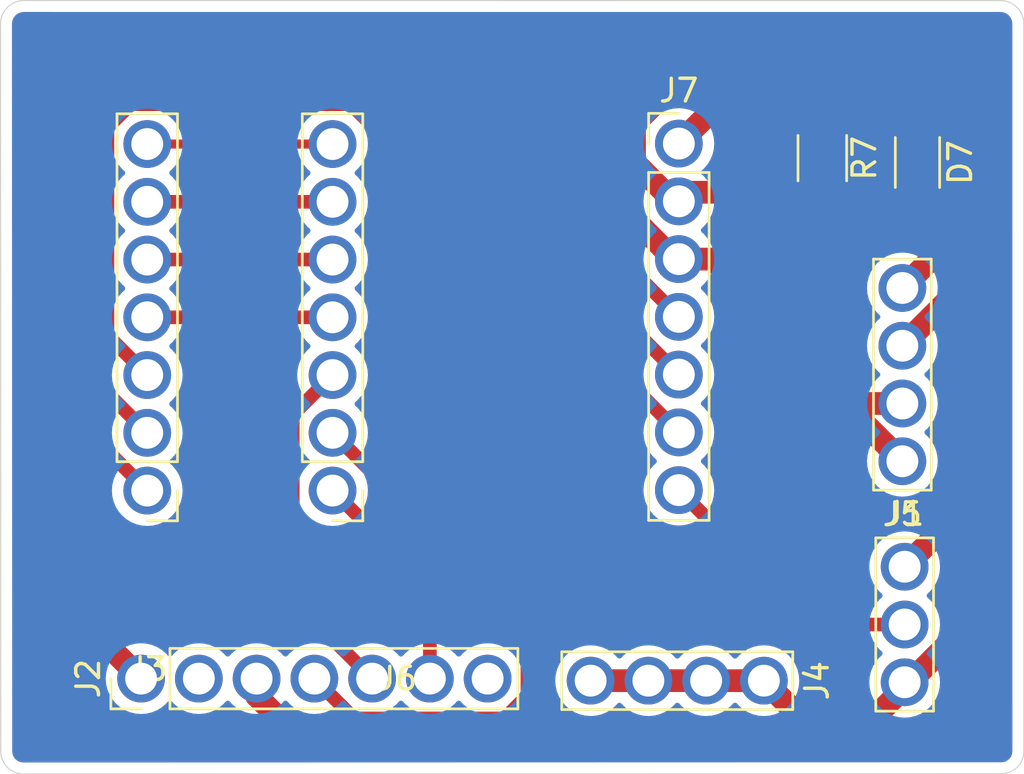
<source format=kicad_pcb>
(kicad_pcb (version 20240108) (generator "pcbnew") (generator_version "8.0")
  (layers (0 "F.Cu" signal) (31 "B.Cu" signal) (34 "B.Paste" user) (35 "F.Paste" user) (36 "B.SilkS" user "B.Silkscreen") (37 "F.SilkS" user "F.Silkscreen") (38 "B.Mask" user) (39 "F.Mask" user) (44 "Edge.Cuts" user))
  (net 0 "")
  (net 1 "D0")
  (net 2 "D1")
  (net 3 "D2")
  (net 4 "D6")
  (net 5 "D7")
  (net 6 "D8")
  (net 7 "PWR_5V")
  (net 8 "Net-(D7-K)")
  (net 9 "D5")
  (net 10 "PWR_GND")
  (net 11 "D4")
  (net 12 "D3")
  (net 13 "PWR_3V3")
  (net 15 "D10")
  (net 16 "D9")
  (footprint "fab:PinHeader_01x07_P2.54mm_Vertical_THT_D1.4mm" (layer "F.Cu") (at 92.59 67.53 180)
    (property "Reference" "J6" (at -2.85 -8.27 360) (layer "F.SilkS"))
    (property "Value" "PinHeader_01x07_P2.54mm_Vertical_THT_D1.4mm" (hide yes))
    (fp_line (start 1.33 1.27) (end 1.33 16.57) (stroke (width 0.12)) (layer "F.SilkS"))
    (fp_line (start -1.33 16.57) (end 1.33 16.57) (stroke (width 0.12)) (layer "F.SilkS"))
    (fp_line (start -1.33 1.27) (end 1.33 1.27) (stroke (width 0.12)) (layer "F.SilkS"))
    (fp_line (start -1.33 1.27) (end -1.33 16.57) (stroke (width 0.12)) (layer "F.SilkS"))
    (fp_line (start -1.33 0) (end -1.33 -1.33) (stroke (width 0.12)) (layer "F.SilkS"))
    (fp_line (start -1.33 -1.33) (end 0 -1.33) (stroke (width 0.12)) (layer "F.SilkS"))
    (pad "1" thru_hole circle (at 0 0 180) (size 2.1 2.1) (drill 1.4) (layers "*.Cu" "*.Mask" "In1.Cu" "In2.Cu" "In3.Cu" "In4.Cu" "In5.Cu" "In6.Cu" "In7.Cu" "In8.Cu" "In9.Cu" "In10.Cu" "In11.Cu" "In12.Cu" "In13.Cu" "In14.Cu" "In15.Cu" "In16.Cu" "In17.Cu" "In18.Cu" "In19.Cu" "In20.Cu" "In21.Cu" "In22.Cu" "In23.Cu" "In24.Cu" "In25.Cu" "In26.Cu" "In27.Cu" "In28.Cu" "In29.Cu" "In30.Cu") (net 4 "D6"))
    (pad "2" thru_hole circle (at 0 2.54 180) (size 2.1 2.1) (drill 1.4) (layers "*.Cu" "*.Mask" "In1.Cu" "In2.Cu" "In3.Cu" "In4.Cu" "In5.Cu" "In6.Cu" "In7.Cu" "In8.Cu" "In9.Cu" "In10.Cu" "In11.Cu" "In12.Cu" "In13.Cu" "In14.Cu" "In15.Cu" "In16.Cu" "In17.Cu" "In18.Cu" "In19.Cu" "In20.Cu" "In21.Cu" "In22.Cu" "In23.Cu" "In24.Cu" "In25.Cu" "In26.Cu" "In27.Cu" "In28.Cu" "In29.Cu" "In30.Cu") (net 9 "D5"))
    (pad "3" thru_hole circle (at 0 5.08 180) (size 2.1 2.1) (drill 1.4) (layers "*.Cu" "*.Mask" "In1.Cu" "In2.Cu" "In3.Cu" "In4.Cu" "In5.Cu" "In6.Cu" "In7.Cu" "In8.Cu" "In9.Cu" "In10.Cu" "In11.Cu" "In12.Cu" "In13.Cu" "In14.Cu" "In15.Cu" "In16.Cu" "In17.Cu" "In18.Cu" "In19.Cu" "In20.Cu" "In21.Cu" "In22.Cu" "In23.Cu" "In24.Cu" "In25.Cu" "In26.Cu" "In27.Cu" "In28.Cu" "In29.Cu" "In30.Cu") (net 11 "D4"))
    (pad "4" thru_hole circle (at 0 7.62 180) (size 2.1 2.1) (drill 1.4) (layers "*.Cu" "*.Mask" "In1.Cu" "In2.Cu" "In3.Cu" "In4.Cu" "In5.Cu" "In6.Cu" "In7.Cu" "In8.Cu" "In9.Cu" "In10.Cu" "In11.Cu" "In12.Cu" "In13.Cu" "In14.Cu" "In15.Cu" "In16.Cu" "In17.Cu" "In18.Cu" "In19.Cu" "In20.Cu" "In21.Cu" "In22.Cu" "In23.Cu" "In24.Cu" "In25.Cu" "In26.Cu" "In27.Cu" "In28.Cu" "In29.Cu" "In30.Cu") (net 12 "D3"))
    (pad "5" thru_hole circle (at 0 10.16 180) (size 2.1 2.1) (drill 1.4) (layers "*.Cu" "*.Mask" "In1.Cu" "In2.Cu" "In3.Cu" "In4.Cu" "In5.Cu" "In6.Cu" "In7.Cu" "In8.Cu" "In9.Cu" "In10.Cu" "In11.Cu" "In12.Cu" "In13.Cu" "In14.Cu" "In15.Cu" "In16.Cu" "In17.Cu" "In18.Cu" "In19.Cu" "In20.Cu" "In21.Cu" "In22.Cu" "In23.Cu" "In24.Cu" "In25.Cu" "In26.Cu" "In27.Cu" "In28.Cu" "In29.Cu" "In30.Cu") (net 3 "D2"))
    (pad "6" thru_hole circle (at 0 12.7 180) (size 2.1 2.1) (drill 1.4) (layers "*.Cu" "*.Mask" "In1.Cu" "In2.Cu" "In3.Cu" "In4.Cu" "In5.Cu" "In6.Cu" "In7.Cu" "In8.Cu" "In9.Cu" "In10.Cu" "In11.Cu" "In12.Cu" "In13.Cu" "In14.Cu" "In15.Cu" "In16.Cu" "In17.Cu" "In18.Cu" "In19.Cu" "In20.Cu" "In21.Cu" "In22.Cu" "In23.Cu" "In24.Cu" "In25.Cu" "In26.Cu" "In27.Cu" "In28.Cu" "In29.Cu" "In30.Cu") (net 2 "D1"))
    (pad "7" thru_hole circle (at 0 15.24 180) (size 2.1 2.1) (drill 1.4) (layers "*.Cu" "*.Mask" "In1.Cu" "In2.Cu" "In3.Cu" "In4.Cu" "In5.Cu" "In6.Cu" "In7.Cu" "In8.Cu" "In9.Cu" "In10.Cu" "In11.Cu" "In12.Cu" "In13.Cu" "In14.Cu" "In15.Cu" "In16.Cu" "In17.Cu" "In18.Cu" "In19.Cu" "In20.Cu" "In21.Cu" "In22.Cu" "In23.Cu" "In24.Cu" "In25.Cu" "In26.Cu" "In27.Cu" "In28.Cu" "In29.Cu" "In30.Cu") (net 1 "D0"))
  )
  (footprint "fab:PinHeader_01x04_P2.54mm_Vertical_THT_D1.4mm" (layer "F.Cu") (at 111.56 75.89 -90)
    (property "Reference" "J4" (at 0 -2.33 90) (layer "F.SilkS"))
    (property "Value" "PinHeader_01x04_P2.54mm_Vertical_THT_D1.4mm" (hide yes))
    (fp_line (start -1.27 8.89) (end 1.27 8.89) (stroke (width 0.12)) (layer "F.SilkS"))
    (fp_line (start -1.27 -1.27) (end -1.27 8.89) (stroke (width 0.12)) (layer "F.SilkS"))
    (fp_line (start -1.27 -1.27) (end 1.27 -1.27) (stroke (width 0.12)) (layer "F.SilkS"))
    (fp_line (start 1.27 -1.27) (end 1.27 8.89) (stroke (width 0.12)) (layer "F.SilkS"))
    (pad "1" thru_hole circle (at 0 0 270) (size 2.1 2.1) (drill 1.4) (layers "*.Cu" "*.Mask" "In1.Cu" "In2.Cu" "In3.Cu" "In4.Cu" "In5.Cu" "In6.Cu" "In7.Cu" "In8.Cu" "In9.Cu" "In10.Cu" "In11.Cu" "In12.Cu" "In13.Cu" "In14.Cu" "In15.Cu" "In16.Cu" "In17.Cu" "In18.Cu" "In19.Cu" "In20.Cu" "In21.Cu" "In22.Cu" "In23.Cu" "In24.Cu" "In25.Cu" "In26.Cu" "In27.Cu" "In28.Cu" "In29.Cu" "In30.Cu") (net 10 "PWR_GND"))
    (pad "2" thru_hole circle (at 0 2.54 270) (size 2.1 2.1) (drill 1.4) (layers "*.Cu" "*.Mask" "In1.Cu" "In2.Cu" "In3.Cu" "In4.Cu" "In5.Cu" "In6.Cu" "In7.Cu" "In8.Cu" "In9.Cu" "In10.Cu" "In11.Cu" "In12.Cu" "In13.Cu" "In14.Cu" "In15.Cu" "In16.Cu" "In17.Cu" "In18.Cu" "In19.Cu" "In20.Cu" "In21.Cu" "In22.Cu" "In23.Cu" "In24.Cu" "In25.Cu" "In26.Cu" "In27.Cu" "In28.Cu" "In29.Cu" "In30.Cu") (net 10 "PWR_GND"))
    (pad "3" thru_hole circle (at 0 5.08 270) (size 2.1 2.1) (drill 1.4) (layers "*.Cu" "*.Mask" "In1.Cu" "In2.Cu" "In3.Cu" "In4.Cu" "In5.Cu" "In6.Cu" "In7.Cu" "In8.Cu" "In9.Cu" "In10.Cu" "In11.Cu" "In12.Cu" "In13.Cu" "In14.Cu" "In15.Cu" "In16.Cu" "In17.Cu" "In18.Cu" "In19.Cu" "In20.Cu" "In21.Cu" "In22.Cu" "In23.Cu" "In24.Cu" "In25.Cu" "In26.Cu" "In27.Cu" "In28.Cu" "In29.Cu" "In30.Cu") (net 10 "PWR_GND"))
    (pad "4" thru_hole circle (at 0 7.62 270) (size 2.1 2.1) (drill 1.4) (layers "*.Cu" "*.Mask" "In1.Cu" "In2.Cu" "In3.Cu" "In4.Cu" "In5.Cu" "In6.Cu" "In7.Cu" "In8.Cu" "In9.Cu" "In10.Cu" "In11.Cu" "In12.Cu" "In13.Cu" "In14.Cu" "In15.Cu" "In16.Cu" "In17.Cu" "In18.Cu" "In19.Cu" "In20.Cu" "In21.Cu" "In22.Cu" "In23.Cu" "In24.Cu" "In25.Cu" "In26.Cu" "In27.Cu" "In28.Cu" "In29.Cu" "In30.Cu") (net 10 "PWR_GND"))
  )
  (footprint "fab:PinHeader_01x07_P2.54mm_Vertical_THT_D1.4mm" (layer "F.Cu") (at 107.82 52.27)
    (property "Reference" "J7" (at 0 -2.33 0) (layer "F.SilkS"))
    (property "Value" "PinHeader_01x07_P2.54mm_Vertical_THT_D1.4mm" (hide yes))
    (fp_line (start -1.33 -1.33) (end 0 -1.33) (stroke (width 0.12)) (layer "F.SilkS"))
    (fp_line (start -1.33 0) (end -1.33 -1.33) (stroke (width 0.12)) (layer "F.SilkS"))
    (fp_line (start -1.33 1.27) (end -1.33 16.57) (stroke (width 0.12)) (layer "F.SilkS"))
    (fp_line (start -1.33 1.27) (end 1.33 1.27) (stroke (width 0.12)) (layer "F.SilkS"))
    (fp_line (start -1.33 16.57) (end 1.33 16.57) (stroke (width 0.12)) (layer "F.SilkS"))
    (fp_line (start 1.33 1.27) (end 1.33 16.57) (stroke (width 0.12)) (layer "F.SilkS"))
    (pad "1" thru_hole circle (at 0 0) (size 2.1 2.1) (drill 1.4) (layers "*.Cu" "*.Mask" "In1.Cu" "In2.Cu" "In3.Cu" "In4.Cu" "In5.Cu" "In6.Cu" "In7.Cu" "In8.Cu" "In9.Cu" "In10.Cu" "In11.Cu" "In12.Cu" "In13.Cu" "In14.Cu" "In15.Cu" "In16.Cu" "In17.Cu" "In18.Cu" "In19.Cu" "In20.Cu" "In21.Cu" "In22.Cu" "In23.Cu" "In24.Cu" "In25.Cu" "In26.Cu" "In27.Cu" "In28.Cu" "In29.Cu" "In30.Cu") (net 7 "PWR_5V"))
    (pad "2" thru_hole circle (at 0 2.54) (size 2.1 2.1) (drill 1.4) (layers "*.Cu" "*.Mask" "In1.Cu" "In2.Cu" "In3.Cu" "In4.Cu" "In5.Cu" "In6.Cu" "In7.Cu" "In8.Cu" "In9.Cu" "In10.Cu" "In11.Cu" "In12.Cu" "In13.Cu" "In14.Cu" "In15.Cu" "In16.Cu" "In17.Cu" "In18.Cu" "In19.Cu" "In20.Cu" "In21.Cu" "In22.Cu" "In23.Cu" "In24.Cu" "In25.Cu" "In26.Cu" "In27.Cu" "In28.Cu" "In29.Cu" "In30.Cu") (net 10 "PWR_GND"))
    (pad "3" thru_hole circle (at 0 5.08) (size 2.1 2.1) (drill 1.4) (layers "*.Cu" "*.Mask" "In1.Cu" "In2.Cu" "In3.Cu" "In4.Cu" "In5.Cu" "In6.Cu" "In7.Cu" "In8.Cu" "In9.Cu" "In10.Cu" "In11.Cu" "In12.Cu" "In13.Cu" "In14.Cu" "In15.Cu" "In16.Cu" "In17.Cu" "In18.Cu" "In19.Cu" "In20.Cu" "In21.Cu" "In22.Cu" "In23.Cu" "In24.Cu" "In25.Cu" "In26.Cu" "In27.Cu" "In28.Cu" "In29.Cu" "In30.Cu") (net 13 "PWR_3V3"))
    (pad "4" thru_hole circle (at 0 7.62) (size 2.1 2.1) (drill 1.4) (layers "*.Cu" "*.Mask" "In1.Cu" "In2.Cu" "In3.Cu" "In4.Cu" "In5.Cu" "In6.Cu" "In7.Cu" "In8.Cu" "In9.Cu" "In10.Cu" "In11.Cu" "In12.Cu" "In13.Cu" "In14.Cu" "In15.Cu" "In16.Cu" "In17.Cu" "In18.Cu" "In19.Cu" "In20.Cu" "In21.Cu" "In22.Cu" "In23.Cu" "In24.Cu" "In25.Cu" "In26.Cu" "In27.Cu" "In28.Cu" "In29.Cu" "In30.Cu") (net 15 "D10"))
    (pad "5" thru_hole circle (at 0 10.16) (size 2.1 2.1) (drill 1.4) (layers "*.Cu" "*.Mask" "In1.Cu" "In2.Cu" "In3.Cu" "In4.Cu" "In5.Cu" "In6.Cu" "In7.Cu" "In8.Cu" "In9.Cu" "In10.Cu" "In11.Cu" "In12.Cu" "In13.Cu" "In14.Cu" "In15.Cu" "In16.Cu" "In17.Cu" "In18.Cu" "In19.Cu" "In20.Cu" "In21.Cu" "In22.Cu" "In23.Cu" "In24.Cu" "In25.Cu" "In26.Cu" "In27.Cu" "In28.Cu" "In29.Cu" "In30.Cu") (net 16 "D9"))
    (pad "6" thru_hole circle (at 0 12.7) (size 2.1 2.1) (drill 1.4) (layers "*.Cu" "*.Mask" "In1.Cu" "In2.Cu" "In3.Cu" "In4.Cu" "In5.Cu" "In6.Cu" "In7.Cu" "In8.Cu" "In9.Cu" "In10.Cu" "In11.Cu" "In12.Cu" "In13.Cu" "In14.Cu" "In15.Cu" "In16.Cu" "In17.Cu" "In18.Cu" "In19.Cu" "In20.Cu" "In21.Cu" "In22.Cu" "In23.Cu" "In24.Cu" "In25.Cu" "In26.Cu" "In27.Cu" "In28.Cu" "In29.Cu" "In30.Cu") (net 6 "D8"))
    (pad "7" thru_hole circle (at 0 15.24) (size 2.1 2.1) (drill 1.4) (layers "*.Cu" "*.Mask" "In1.Cu" "In2.Cu" "In3.Cu" "In4.Cu" "In5.Cu" "In6.Cu" "In7.Cu" "In8.Cu" "In9.Cu" "In10.Cu" "In11.Cu" "In12.Cu" "In13.Cu" "In14.Cu" "In15.Cu" "In16.Cu" "In17.Cu" "In18.Cu" "In19.Cu" "In20.Cu" "In21.Cu" "In22.Cu" "In23.Cu" "In24.Cu" "In25.Cu" "In26.Cu" "In27.Cu" "In28.Cu" "In29.Cu" "In30.Cu") (net 5 "D7"))
  )
  (footprint "fab:PinHeader_01x04_P2.54mm_Vertical_THT_D1.4mm" (layer "F.Cu") (at 117.65 66.24 180)
    (property "Reference" "J5" (at 0 -2.33 360) (layer "F.SilkS"))
    (property "Value" "PinHeader_01x04_P2.54mm_Vertical_THT_D1.4mm" (hide yes))
    (fp_line (start 1.27 -1.27) (end 1.27 8.89) (stroke (width 0.12)) (layer "F.SilkS"))
    (fp_line (start -1.27 8.89) (end 1.27 8.89) (stroke (width 0.12)) (layer "F.SilkS"))
    (fp_line (start -1.27 -1.27) (end 1.27 -1.27) (stroke (width 0.12)) (layer "F.SilkS"))
    (fp_line (start -1.27 -1.27) (end -1.27 8.89) (stroke (width 0.12)) (layer "F.SilkS"))
    (pad "1" thru_hole circle (at 0 0 180) (size 2.1 2.1) (drill 1.4) (layers "*.Cu" "*.Mask" "In1.Cu" "In2.Cu" "In3.Cu" "In4.Cu" "In5.Cu" "In6.Cu" "In7.Cu" "In8.Cu" "In9.Cu" "In10.Cu" "In11.Cu" "In12.Cu" "In13.Cu" "In14.Cu" "In15.Cu" "In16.Cu" "In17.Cu" "In18.Cu" "In19.Cu" "In20.Cu" "In21.Cu" "In22.Cu" "In23.Cu" "In24.Cu" "In25.Cu" "In26.Cu" "In27.Cu" "In28.Cu" "In29.Cu" "In30.Cu") (net 13 "PWR_3V3"))
    (pad "2" thru_hole circle (at 0 2.54 180) (size 2.1 2.1) (drill 1.4) (layers "*.Cu" "*.Mask" "In1.Cu" "In2.Cu" "In3.Cu" "In4.Cu" "In5.Cu" "In6.Cu" "In7.Cu" "In8.Cu" "In9.Cu" "In10.Cu" "In11.Cu" "In12.Cu" "In13.Cu" "In14.Cu" "In15.Cu" "In16.Cu" "In17.Cu" "In18.Cu" "In19.Cu" "In20.Cu" "In21.Cu" "In22.Cu" "In23.Cu" "In24.Cu" "In25.Cu" "In26.Cu" "In27.Cu" "In28.Cu" "In29.Cu" "In30.Cu") (net 13 "PWR_3V3"))
    (pad "3" thru_hole circle (at 0 5.08 180) (size 2.1 2.1) (drill 1.4) (layers "*.Cu" "*.Mask" "In1.Cu" "In2.Cu" "In3.Cu" "In4.Cu" "In5.Cu" "In6.Cu" "In7.Cu" "In8.Cu" "In9.Cu" "In10.Cu" "In11.Cu" "In12.Cu" "In13.Cu" "In14.Cu" "In15.Cu" "In16.Cu" "In17.Cu" "In18.Cu" "In19.Cu" "In20.Cu" "In21.Cu" "In22.Cu" "In23.Cu" "In24.Cu" "In25.Cu" "In26.Cu" "In27.Cu" "In28.Cu" "In29.Cu" "In30.Cu") (net 7 "PWR_5V"))
    (pad "4" thru_hole circle (at 0 7.62 180) (size 2.1 2.1) (drill 1.4) (layers "*.Cu" "*.Mask" "In1.Cu" "In2.Cu" "In3.Cu" "In4.Cu" "In5.Cu" "In6.Cu" "In7.Cu" "In8.Cu" "In9.Cu" "In10.Cu" "In11.Cu" "In12.Cu" "In13.Cu" "In14.Cu" "In15.Cu" "In16.Cu" "In17.Cu" "In18.Cu" "In19.Cu" "In20.Cu" "In21.Cu" "In22.Cu" "In23.Cu" "In24.Cu" "In25.Cu" "In26.Cu" "In27.Cu" "In28.Cu" "In29.Cu" "In30.Cu") (net 7 "PWR_5V"))
  )
  (footprint "fab:PinHeader_01x03_P2.54mm_Vertical_THT_D1.4mm" (layer "F.Cu") (at 117.75 70.88)
    (property "Reference" "J1" (at 0 -2.33 360) (layer "F.SilkS"))
    (property "Value" "PinHeader_01x03_P2.54mm_Vertical_THT_D1.4mm" (hide yes))
    (fp_line (start -1.27 -1.27) (end -1.27 6.35) (stroke (width 0.12)) (layer "F.SilkS"))
    (fp_line (start -1.27 -1.27) (end 1.27 -1.27) (stroke (width 0.12)) (layer "F.SilkS"))
    (fp_line (start -1.27 6.35) (end 1.27 6.35) (stroke (width 0.12)) (layer "F.SilkS"))
    (fp_line (start 1.27 -1.27) (end 1.27 6.35) (stroke (width 0.12)) (layer "F.SilkS"))
    (pad "1" thru_hole circle (at 0 0) (size 2.1 2.1) (drill 1.4) (layers "*.Cu" "*.Mask" "In1.Cu" "In2.Cu" "In3.Cu" "In4.Cu" "In5.Cu" "In6.Cu" "In7.Cu" "In8.Cu" "In9.Cu" "In10.Cu" "In11.Cu" "In12.Cu" "In13.Cu" "In14.Cu" "In15.Cu" "In16.Cu" "In17.Cu" "In18.Cu" "In19.Cu" "In20.Cu" "In21.Cu" "In22.Cu" "In23.Cu" "In24.Cu" "In25.Cu" "In26.Cu" "In27.Cu" "In28.Cu" "In29.Cu" "In30.Cu") (net 7 "PWR_5V"))
    (pad "2" thru_hole circle (at 0 2.54) (size 2.1 2.1) (drill 1.4) (layers "*.Cu" "*.Mask" "In1.Cu" "In2.Cu" "In3.Cu" "In4.Cu" "In5.Cu" "In6.Cu" "In7.Cu" "In8.Cu" "In9.Cu" "In10.Cu" "In11.Cu" "In12.Cu" "In13.Cu" "In14.Cu" "In15.Cu" "In16.Cu" "In17.Cu" "In18.Cu" "In19.Cu" "In20.Cu" "In21.Cu" "In22.Cu" "In23.Cu" "In24.Cu" "In25.Cu" "In26.Cu" "In27.Cu" "In28.Cu" "In29.Cu" "In30.Cu") (net 5 "D7"))
    (pad "3" thru_hole circle (at 0 5.08) (size 2.1 2.1) (drill 1.4) (layers "*.Cu" "*.Mask" "In1.Cu" "In2.Cu" "In3.Cu" "In4.Cu" "In5.Cu" "In6.Cu" "In7.Cu" "In8.Cu" "In9.Cu" "In10.Cu" "In11.Cu" "In12.Cu" "In13.Cu" "In14.Cu" "In15.Cu" "In16.Cu" "In17.Cu" "In18.Cu" "In19.Cu" "In20.Cu" "In21.Cu" "In22.Cu" "In23.Cu" "In24.Cu" "In25.Cu" "In26.Cu" "In27.Cu" "In28.Cu" "In29.Cu" "In30.Cu") (net 10 "PWR_GND"))
  )
  (footprint "fab:PinHeader_01x07_P2.54mm_Vertical_THT_D1.4mm" (layer "F.Cu") (at 84.17 75.8 90)
    (property "Reference" "J2" (at 0 -2.33 90) (layer "F.SilkS"))
    (property "Value" "PinHeader_01x07_P2.54mm_Vertical_THT_D1.4mm" (hide yes))
    (fp_line (start -1.33 -1.33) (end 0 -1.33) (stroke (width 0.12)) (layer "F.SilkS"))
    (fp_line (start -1.33 0) (end -1.33 -1.33) (stroke (width 0.12)) (layer "F.SilkS"))
    (fp_line (start 1.33 1.27) (end 1.33 16.57) (stroke (width 0.12)) (layer "F.SilkS"))
    (fp_line (start -1.33 1.27) (end 1.33 1.27) (stroke (width 0.12)) (layer "F.SilkS"))
    (fp_line (start -1.33 1.27) (end -1.33 16.57) (stroke (width 0.12)) (layer "F.SilkS"))
    (fp_line (start -1.33 16.57) (end 1.33 16.57) (stroke (width 0.12)) (layer "F.SilkS"))
    (pad "1" thru_hole circle (at 0 0 90) (size 2.1 2.1) (drill 1.4) (layers "*.Cu" "*.Mask" "In1.Cu" "In2.Cu" "In3.Cu" "In4.Cu" "In5.Cu" "In6.Cu" "In7.Cu" "In8.Cu" "In9.Cu" "In10.Cu" "In11.Cu" "In12.Cu" "In13.Cu" "In14.Cu" "In15.Cu" "In16.Cu" "In17.Cu" "In18.Cu" "In19.Cu" "In20.Cu" "In21.Cu" "In22.Cu" "In23.Cu" "In24.Cu" "In25.Cu" "In26.Cu" "In27.Cu" "In28.Cu" "In29.Cu" "In30.Cu") (net 13 "PWR_3V3"))
    (pad "2" thru_hole circle (at 0 2.54 90) (size 2.1 2.1) (drill 1.4) (layers "*.Cu" "*.Mask" "In1.Cu" "In2.Cu" "In3.Cu" "In4.Cu" "In5.Cu" "In6.Cu" "In7.Cu" "In8.Cu" "In9.Cu" "In10.Cu" "In11.Cu" "In12.Cu" "In13.Cu" "In14.Cu" "In15.Cu" "In16.Cu" "In17.Cu" "In18.Cu" "In19.Cu" "In20.Cu" "In21.Cu" "In22.Cu" "In23.Cu" "In24.Cu" "In25.Cu" "In26.Cu" "In27.Cu" "In28.Cu" "In29.Cu" "In30.Cu"))
    (pad "3" thru_hole circle (at 0 5.08 90) (size 2.1 2.1) (drill 1.4) (layers "*.Cu" "*.Mask" "In1.Cu" "In2.Cu" "In3.Cu" "In4.Cu" "In5.Cu" "In6.Cu" "In7.Cu" "In8.Cu" "In9.Cu" "In10.Cu" "In11.Cu" "In12.Cu" "In13.Cu" "In14.Cu" "In15.Cu" "In16.Cu" "In17.Cu" "In18.Cu" "In19.Cu" "In20.Cu" "In21.Cu" "In22.Cu" "In23.Cu" "In24.Cu" "In25.Cu" "In26.Cu" "In27.Cu" "In28.Cu" "In29.Cu" "In30.Cu") (net 10 "PWR_GND"))
    (pad "4" thru_hole circle (at 0 7.62 90) (size 2.1 2.1) (drill 1.4) (layers "*.Cu" "*.Mask" "In1.Cu" "In2.Cu" "In3.Cu" "In4.Cu" "In5.Cu" "In6.Cu" "In7.Cu" "In8.Cu" "In9.Cu" "In10.Cu" "In11.Cu" "In12.Cu" "In13.Cu" "In14.Cu" "In15.Cu" "In16.Cu" "In17.Cu" "In18.Cu" "In19.Cu" "In20.Cu" "In21.Cu" "In22.Cu" "In23.Cu" "In24.Cu" "In25.Cu" "In26.Cu" "In27.Cu" "In28.Cu" "In29.Cu" "In30.Cu") (net 9 "D5"))
    (pad "5" thru_hole circle (at 0 10.16 90) (size 2.1 2.1) (drill 1.4) (layers "*.Cu" "*.Mask" "In1.Cu" "In2.Cu" "In3.Cu" "In4.Cu" "In5.Cu" "In6.Cu" "In7.Cu" "In8.Cu" "In9.Cu" "In10.Cu" "In11.Cu" "In12.Cu" "In13.Cu" "In14.Cu" "In15.Cu" "In16.Cu" "In17.Cu" "In18.Cu" "In19.Cu" "In20.Cu" "In21.Cu" "In22.Cu" "In23.Cu" "In24.Cu" "In25.Cu" "In26.Cu" "In27.Cu" "In28.Cu" "In29.Cu" "In30.Cu") (net 11 "D4"))
    (pad "6" thru_hole circle (at 0 12.7 90) (size 2.1 2.1) (drill 1.4) (layers "*.Cu" "*.Mask" "In1.Cu" "In2.Cu" "In3.Cu" "In4.Cu" "In5.Cu" "In6.Cu" "In7.Cu" "In8.Cu" "In9.Cu" "In10.Cu" "In11.Cu" "In12.Cu" "In13.Cu" "In14.Cu" "In15.Cu" "In16.Cu" "In17.Cu" "In18.Cu" "In19.Cu" "In20.Cu" "In21.Cu" "In22.Cu" "In23.Cu" "In24.Cu" "In25.Cu" "In26.Cu" "In27.Cu" "In28.Cu" "In29.Cu" "In30.Cu") (net 4 "D6"))
    (pad "7" thru_hole circle (at 0 15.24 90) (size 2.1 2.1) (drill 1.4) (layers "*.Cu" "*.Mask" "In1.Cu" "In2.Cu" "In3.Cu" "In4.Cu" "In5.Cu" "In6.Cu" "In7.Cu" "In8.Cu" "In9.Cu" "In10.Cu" "In11.Cu" "In12.Cu" "In13.Cu" "In14.Cu" "In15.Cu" "In16.Cu" "In17.Cu" "In18.Cu" "In19.Cu" "In20.Cu" "In21.Cu" "In22.Cu" "In23.Cu" "In24.Cu" "In25.Cu" "In26.Cu" "In27.Cu" "In28.Cu" "In29.Cu" "In30.Cu"))
  )
  (footprint "fab:PinHeader_01x07_P2.54mm_Vertical_THT_D1.4mm" (layer "F.Cu") (at 84.44 67.53 180)
    (property "Reference" "J3" (at -0.02 -7.85 360) (layer "F.SilkS"))
    (property "Value" "PinHeader_01x07_P2.54mm_Vertical_THT_D1.4mm" (hide yes))
    (fp_line (start 1.33 1.27) (end 1.33 16.57) (stroke (width 0.12)) (layer "F.SilkS"))
    (fp_line (start -1.33 16.57) (end 1.33 16.57) (stroke (width 0.12)) (layer "F.SilkS"))
    (fp_line (start -1.33 1.27) (end 1.33 1.27) (stroke (width 0.12)) (layer "F.SilkS"))
    (fp_line (start -1.33 1.27) (end -1.33 16.57) (stroke (width 0.12)) (layer "F.SilkS"))
    (fp_line (start -1.33 0) (end -1.33 -1.33) (stroke (width 0.12)) (layer "F.SilkS"))
    (fp_line (start -1.33 -1.33) (end 0 -1.33) (stroke (width 0.12)) (layer "F.SilkS"))
    (pad "1" thru_hole circle (at 0 0 180) (size 2.1 2.1) (drill 1.4) (layers "*.Cu" "*.Mask" "In1.Cu" "In2.Cu" "In3.Cu" "In4.Cu" "In5.Cu" "In6.Cu" "In7.Cu" "In8.Cu" "In9.Cu" "In10.Cu" "In11.Cu" "In12.Cu" "In13.Cu" "In14.Cu" "In15.Cu" "In16.Cu" "In17.Cu" "In18.Cu" "In19.Cu" "In20.Cu" "In21.Cu" "In22.Cu" "In23.Cu" "In24.Cu" "In25.Cu" "In26.Cu" "In27.Cu" "In28.Cu" "In29.Cu" "In30.Cu") (net 15 "D10"))
    (pad "2" thru_hole circle (at 0 2.54 180) (size 2.1 2.1) (drill 1.4) (layers "*.Cu" "*.Mask" "In1.Cu" "In2.Cu" "In3.Cu" "In4.Cu" "In5.Cu" "In6.Cu" "In7.Cu" "In8.Cu" "In9.Cu" "In10.Cu" "In11.Cu" "In12.Cu" "In13.Cu" "In14.Cu" "In15.Cu" "In16.Cu" "In17.Cu" "In18.Cu" "In19.Cu" "In20.Cu" "In21.Cu" "In22.Cu" "In23.Cu" "In24.Cu" "In25.Cu" "In26.Cu" "In27.Cu" "In28.Cu" "In29.Cu" "In30.Cu") (net 16 "D9"))
    (pad "3" thru_hole circle (at 0 5.08 180) (size 2.1 2.1) (drill 1.4) (layers "*.Cu" "*.Mask" "In1.Cu" "In2.Cu" "In3.Cu" "In4.Cu" "In5.Cu" "In6.Cu" "In7.Cu" "In8.Cu" "In9.Cu" "In10.Cu" "In11.Cu" "In12.Cu" "In13.Cu" "In14.Cu" "In15.Cu" "In16.Cu" "In17.Cu" "In18.Cu" "In19.Cu" "In20.Cu" "In21.Cu" "In22.Cu" "In23.Cu" "In24.Cu" "In25.Cu" "In26.Cu" "In27.Cu" "In28.Cu" "In29.Cu" "In30.Cu") (net 6 "D8"))
    (pad "4" thru_hole circle (at 0 7.62 180) (size 2.1 2.1) (drill 1.4) (layers "*.Cu" "*.Mask" "In1.Cu" "In2.Cu" "In3.Cu" "In4.Cu" "In5.Cu" "In6.Cu" "In7.Cu" "In8.Cu" "In9.Cu" "In10.Cu" "In11.Cu" "In12.Cu" "In13.Cu" "In14.Cu" "In15.Cu" "In16.Cu" "In17.Cu" "In18.Cu" "In19.Cu" "In20.Cu" "In21.Cu" "In22.Cu" "In23.Cu" "In24.Cu" "In25.Cu" "In26.Cu" "In27.Cu" "In28.Cu" "In29.Cu" "In30.Cu") (net 12 "D3"))
    (pad "5" thru_hole circle (at 0 10.16 180) (size 2.1 2.1) (drill 1.4) (layers "*.Cu" "*.Mask" "In1.Cu" "In2.Cu" "In3.Cu" "In4.Cu" "In5.Cu" "In6.Cu" "In7.Cu" "In8.Cu" "In9.Cu" "In10.Cu" "In11.Cu" "In12.Cu" "In13.Cu" "In14.Cu" "In15.Cu" "In16.Cu" "In17.Cu" "In18.Cu" "In19.Cu" "In20.Cu" "In21.Cu" "In22.Cu" "In23.Cu" "In24.Cu" "In25.Cu" "In26.Cu" "In27.Cu" "In28.Cu" "In29.Cu" "In30.Cu") (net 3 "D2"))
    (pad "6" thru_hole circle (at 0 12.7 180) (size 2.1 2.1) (drill 1.4) (layers "*.Cu" "*.Mask" "In1.Cu" "In2.Cu" "In3.Cu" "In4.Cu" "In5.Cu" "In6.Cu" "In7.Cu" "In8.Cu" "In9.Cu" "In10.Cu" "In11.Cu" "In12.Cu" "In13.Cu" "In14.Cu" "In15.Cu" "In16.Cu" "In17.Cu" "In18.Cu" "In19.Cu" "In20.Cu" "In21.Cu" "In22.Cu" "In23.Cu" "In24.Cu" "In25.Cu" "In26.Cu" "In27.Cu" "In28.Cu" "In29.Cu" "In30.Cu") (net 2 "D1"))
    (pad "7" thru_hole circle (at 0 15.24 180) (size 2.1 2.1) (drill 1.4) (layers "*.Cu" "*.Mask" "In1.Cu" "In2.Cu" "In3.Cu" "In4.Cu" "In5.Cu" "In6.Cu" "In7.Cu" "In8.Cu" "In9.Cu" "In10.Cu" "In11.Cu" "In12.Cu" "In13.Cu" "In14.Cu" "In15.Cu" "In16.Cu" "In17.Cu" "In18.Cu" "In19.Cu" "In20.Cu" "In21.Cu" "In22.Cu" "In23.Cu" "In24.Cu" "In25.Cu" "In26.Cu" "In27.Cu" "In28.Cu" "In29.Cu" "In30.Cu") (net 1 "D0"))
  )
  (footprint "fab:LED_1206" (layer "F.Cu") (at 118.34 53.1 -90)
    (property "Reference" "D7" (at 0 -1.85 90) (layer "F.SilkS"))
    (property "Value" "LED_1206")
    (fp_line (start -1.1 1) (end 1.1 1) (stroke (width 0.12)) (layer "F.SilkS"))
    (fp_line (start -1.1 -0.95) (end 1.1 -0.95) (stroke (width 0.12)) (layer "F.SilkS"))
    (pad "1" smd rect (at -1.7 0 270) (size 1.4 1.7) (layers "F.Cu" "F.Paste" "F.Mask") (net 8 "Net-(D7-K)"))
    (pad "2" smd rect (at 1.7 0 270) (size 1.4 1.7) (layers "F.Cu" "F.Paste" "F.Mask") (net 7 "PWR_5V"))
  )
  (footprint "fab:R_1206" (layer "F.Cu") (at 114.13 52.91 -90)
    (property "Reference" "R7" (at 0 -1.85 90) (layer "F.SilkS"))
    (property "Value" "R_1206")
    (fp_line (start 1 1.07) (end -1 1.07) (stroke (width 0.12)) (layer "F.SilkS"))
    (fp_line (start -1 -1.07) (end 1 -1.07) (stroke (width 0.12)) (layer "F.SilkS"))
    (pad "1" smd rect (at -1.5 0 270) (size 1.2 1.6) (layers "F.Cu" "F.Paste" "F.Mask") (net 8 "Net-(D7-K)"))
    (pad "2" smd rect (at 1.5 0 270) (size 1.2 1.6) (layers "F.Cu" "F.Paste" "F.Mask") (net 10 "PWR_GND"))
  )
  (gr_line (start 79.01 45.98) (end 121.968751 45.981249) (stroke (width 0.05)) (layer "Edge.Cuts"))
  (gr_line (start 122.988751 47.001249) (end 122.99 79) (stroke (width 0.05)) (layer "Edge.Cuts"))
  (gr_arc (start 78.99 79.99) (mid 78.289964 79.700036) (end 78 79) (stroke (width 0.05)) (layer "Edge.Cuts"))
  (gr_arc (start 122.99 79) (mid 122.702965 79.692965) (end 122.01 79.98) (stroke (width 0.05)) (layer "Edge.Cuts"))
  (gr_line (start 122.01 79.98) (end 78.99 79.99) (stroke (width 0.05)) (layer "Edge.Cuts"))
  (gr_arc (start 121.968751 45.981249) (mid 122.69 46.28) (end 122.988751 47.001249) (stroke (width 0.05)) (layer "Edge.Cuts"))
  (gr_arc (start 77.99 47) (mid 78.288751 46.278751) (end 79.01 45.98) (stroke (width 0.05)) (layer "Edge.Cuts"))
  (gr_line (start 77.99 47) (end 78 79) (stroke (width 0.05)) (layer "Edge.Cuts"))
  (segment (start 84.44 52.29) (end 92.59 52.29) (width 0.4) (layer "F.Cu") (net 1))
  (segment (start 84.44 54.83) (end 92.59 54.83) (width 0.6) (layer "F.Cu") (net 2))
  (segment (start 84.44 57.37) (end 92.59 57.37) (width 0.6) (layer "F.Cu") (net 3))
  (segment (start 96.87 71.81) (end 96.87 75.8) (width 0.6) (layer "F.Cu") (net 4))
  (segment (start 92.59 67.53) (end 96.87 71.81) (width 0.6) (layer "F.Cu") (net 4))
  (segment (start 117.75 73.42) (end 113.73 73.42) (width 0.6) (layer "F.Cu") (net 5))
  (segment (start 113.73 73.42) (end 107.82 67.51) (width 0.6) (layer "F.Cu") (net 5))
  (segment (start 93.39 50.54) (end 83.715126 50.54) (width 0.6) (layer "F.Cu") (net 6))
  (segment (start 107.82 64.97) (end 93.39 50.54) (width 0.6) (layer "F.Cu") (net 6))
  (segment (start 83.715126 50.54) (end 82.69 51.565126) (width 0.6) (layer "F.Cu") (net 6))
  (segment (start 82.69 51.565126) (end 82.69 60.7) (width 0.6) (layer "F.Cu") (net 6))
  (segment (start 82.69 60.7) (end 84.44 62.45) (width 0.6) (layer "F.Cu") (net 6))
  (segment (start 120.09 49.8) (end 110.29 49.8) (width 1) (layer "F.Cu") (net 7))
  (segment (start 110.29 49.8) (end 107.82 52.27) (width 1) (layer "F.Cu") (net 7))
  (segment (start 117.75 70.88) (end 120.19 68.44) (width 1) (layer "F.Cu") (net 7))
  (segment (start 118.34 54.8) (end 118.49 54.8) (width 1) (layer "F.Cu") (net 7))
  (segment (start 120.19 53.1) (end 120.19 49.9) (width 1) (layer "F.Cu") (net 7))
  (segment (start 118.49 54.8) (end 120.19 53.1) (width 1) (layer "F.Cu") (net 7))
  (segment (start 120.19 49.9) (end 120.09 49.8) (width 1) (layer "F.Cu") (net 7))
  (segment (start 120.19 68.44) (end 120.19 58.62) (width 1) (layer "F.Cu") (net 7))
  (segment (start 120.19 56.08) (end 120.19 58.62) (width 1) (layer "F.Cu") (net 7))
  (segment (start 120.19 53.1) (end 120.19 56.08) (width 1) (layer "F.Cu") (net 7))
  (segment (start 120.19 56.08) (end 117.65 58.62) (width 1) (layer "F.Cu") (net 7))
  (segment (start 120.19 58.62) (end 117.65 61.16) (width 1) (layer "F.Cu") (net 7))
  (segment (start 114.13 51.41) (end 118.33 51.41) (width 1) (layer "F.Cu") (net 8))
  (segment (start 101.16 76.54) (end 100.15 77.55) (width 0.6) (layer "F.Cu") (net 9))
  (segment (start 92.59 64.99) (end 101.16 73.56) (width 0.6) (layer "F.Cu") (net 9))
  (segment (start 93.54 77.55) (end 91.79 75.8) (width 0.6) (layer "F.Cu") (net 9))
  (segment (start 101.16 73.56) (end 101.16 76.54) (width 0.6) (layer "F.Cu") (net 9))
  (segment (start 100.15 77.55) (end 93.54 77.55) (width 0.6) (layer "F.Cu") (net 9))
  (segment (start 89.25 76.56) (end 91.44 78.75) (width 1) (layer "F.Cu") (net 10))
  (segment (start 107.59 54.81) (end 105.87 53.09) (width 1) (layer "F.Cu") (net 10))
  (segment (start 103.94 75.89) (end 111.56 75.89) (width 1) (layer "F.Cu") (net 10))
  (segment (start 117.68 75.89) (end 117.75 75.96) (width 1) (layer "F.Cu") (net 10))
  (segment (start 121.59 49.320101) (end 121.59 72.337717) (width 1) (layer "F.Cu") (net 10))
  (segment (start 107.82 54.81) (end 107.59 54.81) (width 1) (layer "F.Cu") (net 10))
  (segment (start 115.177717 78.75) (end 114.48 78.75) (width 1) (layer "F.Cu") (net 10))
  (segment (start 89.25 75.8) (end 89.25 76.56) (width 1) (layer "F.Cu") (net 10))
  (segment (start 108.22 54.41) (end 107.82 54.81) (width 1) (layer "F.Cu") (net 10))
  (segment (start 108.96 48.31) (end 120.579899 48.31) (width 1) (layer "F.Cu") (net 10))
  (segment (start 91.44 78.75) (end 114.48 78.75) (width 1) (layer "F.Cu") (net 10))
  (segment (start 114.13 54.41) (end 108.22 54.41) (width 1) (layer "F.Cu") (net 10))
  (segment (start 117.61 75.82) (end 117.75 75.96) (width 1) (layer "F.Cu") (net 10))
  (segment (start 111.56 75.89) (end 114.42 78.75) (width 1) (layer "F.Cu") (net 10))
  (segment (start 120.579899 48.31) (end 121.59 49.320101) (width 1) (layer "F.Cu") (net 10))
  (segment (start 121.59 72.337717) (end 115.177717 78.75) (width 1) (layer "F.Cu") (net 10))
  (segment (start 114.42 78.75) (end 114.48 78.75) (width 1) (layer "F.Cu") (net 10))
  (segment (start 105.87 51.4) (end 108.96 48.31) (width 1) (layer "F.Cu") (net 10))
  (segment (start 105.87 53.09) (end 105.87 51.4) (width 1) (layer "F.Cu") (net 10))
  (segment (start 90.84 64.2) (end 90.84 72.31) (width 0.6) (layer "F.Cu") (net 11))
  (segment (start 90.84 72.31) (end 94.33 75.8) (width 0.6) (layer "F.Cu") (net 11))
  (segment (start 92.59 62.45) (end 90.84 64.2) (width 0.6) (layer "F.Cu") (net 11))
  (segment (start 84.44 59.91) (end 92.59 59.91) (width 0.6) (layer "F.Cu") (net 12))
  (segment (start 79.489999 71.119999) (end 79.489999 71.03) (width 1) (layer "F.Cu") (net 13))
  (segment (start 115.654924 63.7) (end 115.654924 64.244924) (width 1) (layer "F.Cu") (net 13))
  (segment (start 82.389643 47.339999) (end 79.489999 50.239643) (width 1) (layer "F.Cu") (net 13))
  (segment (start 115.654924 64.244924) (end 117.65 66.24) (width 1) (layer "F.Cu") (net 13))
  (segment (start 84.17 75.8) (end 79.489999 71.119999) (width 1) (layer "F.Cu") (net 13))
  (segment (start 109.304924 57.35) (end 115.654924 63.7) (width 1) (layer "F.Cu") (net 13))
  (segment (start 107.82 57.35) (end 107.602283 57.35) (width 1) (layer "F.Cu") (net 13))
  (segment (start 79.489999 50.239643) (end 79.489999 71.03) (width 1) (layer "F.Cu") (net 13))
  (segment (start 115.654924 63.7) (end 117.65 63.7) (width 1) (layer "F.Cu") (net 13))
  (segment (start 107.602283 57.35) (end 97.592282 47.339999) (width 1) (layer "F.Cu") (net 13))
  (segment (start 97.592282 47.339999) (end 82.389643 47.339999) (width 1) (layer "F.Cu") (net 13))
  (segment (start 107.82 57.35) (end 109.304924 57.35) (width 1) (layer "F.Cu") (net 13))
  (segment (start 82.886699 48.539999) (end 80.689999 50.736699) (width 0.6) (layer "F.Cu") (net 15))
  (segment (start 107.82 59.89) (end 96.469999 48.539999) (width 0.6) (layer "F.Cu") (net 15))
  (segment (start 80.689999 63.779999) (end 84.44 67.53) (width 0.6) (layer "F.Cu") (net 15))
  (segment (start 80.689999 50.736699) (end 80.689999 63.779999) (width 0.6) (layer "F.Cu") (net 15))
  (segment (start 96.469999 48.539999) (end 82.886699 48.539999) (width 0.6) (layer "F.Cu") (net 15))
  (segment (start 107.82 62.43) (end 94.929999 49.539999) (width 0.6) (layer "F.Cu") (net 16))
  (segment (start 94.929999 49.539999) (end 83.300913 49.539999) (width 0.6) (layer "F.Cu") (net 16))
  (segment (start 83.300913 49.539999) (end 81.69 51.150912) (width 0.6) (layer "F.Cu") (net 16))
  (segment (start 81.69 51.150912) (end 81.69 62.24) (width 0.6) (layer "F.Cu") (net 16))
  (segment (start 81.69 62.24) (end 84.44 64.99) (width 0.6) (layer "F.Cu") (net 16))
  (zone (net 0) (net_name "") (layer "B.Cu") (connect_pads (clearance 0.5)) (min_thickness 0.25) (fill yes (thermal_gap 0.5) (thermal_bridge_width 0.5) (island_removal_mode 1) (island_area_min 10))
    (polygon (pts (xy 78.01 45.98) (xy 123.01 45.99) (xy 123.01 80) (xy 78 80)))
  )
)
</source>
